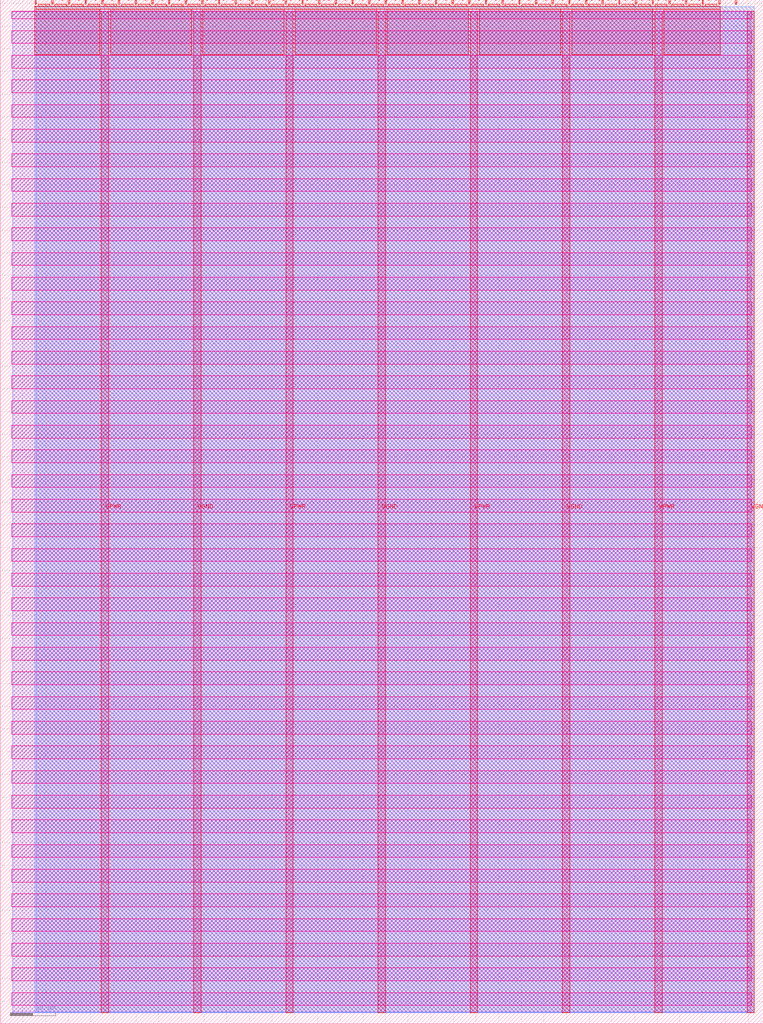
<source format=lef>
VERSION 5.7 ;
  NOWIREEXTENSIONATPIN ON ;
  DIVIDERCHAR "/" ;
  BUSBITCHARS "[]" ;
MACRO tt_um_wokwi_370722051572189185
  CLASS BLOCK ;
  FOREIGN tt_um_wokwi_370722051572189185 ;
  ORIGIN 0.000 0.000 ;
  SIZE 168.360 BY 225.760 ;
  PIN VGND
    DIRECTION INOUT ;
    USE GROUND ;
    PORT
      LAYER met4 ;
        RECT 42.670 2.480 44.270 223.280 ;
    END
    PORT
      LAYER met4 ;
        RECT 83.380 2.480 84.980 223.280 ;
    END
    PORT
      LAYER met4 ;
        RECT 124.090 2.480 125.690 223.280 ;
    END
    PORT
      LAYER met4 ;
        RECT 164.800 2.480 166.400 223.280 ;
    END
  END VGND
  PIN VPWR
    DIRECTION INOUT ;
    USE POWER ;
    PORT
      LAYER met4 ;
        RECT 22.315 2.480 23.915 223.280 ;
    END
    PORT
      LAYER met4 ;
        RECT 63.025 2.480 64.625 223.280 ;
    END
    PORT
      LAYER met4 ;
        RECT 103.735 2.480 105.335 223.280 ;
    END
    PORT
      LAYER met4 ;
        RECT 144.445 2.480 146.045 223.280 ;
    END
  END VPWR
  PIN clk
    DIRECTION INPUT ;
    USE SIGNAL ;
    ANTENNAGATEAREA 0.852000 ;
    PORT
      LAYER met4 ;
        RECT 158.550 224.760 158.850 225.760 ;
    END
  END clk
  PIN ena
    DIRECTION INPUT ;
    USE SIGNAL ;
    PORT
      LAYER met4 ;
        RECT 162.230 224.760 162.530 225.760 ;
    END
  END ena
  PIN rst_n
    DIRECTION INPUT ;
    USE SIGNAL ;
    PORT
      LAYER met4 ;
        RECT 154.870 224.760 155.170 225.760 ;
    END
  END rst_n
  PIN ui_in[0]
    DIRECTION INPUT ;
    USE SIGNAL ;
    PORT
      LAYER met4 ;
        RECT 151.190 224.760 151.490 225.760 ;
    END
  END ui_in[0]
  PIN ui_in[1]
    DIRECTION INPUT ;
    USE SIGNAL ;
    PORT
      LAYER met4 ;
        RECT 147.510 224.760 147.810 225.760 ;
    END
  END ui_in[1]
  PIN ui_in[2]
    DIRECTION INPUT ;
    USE SIGNAL ;
    PORT
      LAYER met4 ;
        RECT 143.830 224.760 144.130 225.760 ;
    END
  END ui_in[2]
  PIN ui_in[3]
    DIRECTION INPUT ;
    USE SIGNAL ;
    PORT
      LAYER met4 ;
        RECT 140.150 224.760 140.450 225.760 ;
    END
  END ui_in[3]
  PIN ui_in[4]
    DIRECTION INPUT ;
    USE SIGNAL ;
    PORT
      LAYER met4 ;
        RECT 136.470 224.760 136.770 225.760 ;
    END
  END ui_in[4]
  PIN ui_in[5]
    DIRECTION INPUT ;
    USE SIGNAL ;
    PORT
      LAYER met4 ;
        RECT 132.790 224.760 133.090 225.760 ;
    END
  END ui_in[5]
  PIN ui_in[6]
    DIRECTION INPUT ;
    USE SIGNAL ;
    PORT
      LAYER met4 ;
        RECT 129.110 224.760 129.410 225.760 ;
    END
  END ui_in[6]
  PIN ui_in[7]
    DIRECTION INPUT ;
    USE SIGNAL ;
    PORT
      LAYER met4 ;
        RECT 125.430 224.760 125.730 225.760 ;
    END
  END ui_in[7]
  PIN uio_in[0]
    DIRECTION INPUT ;
    USE SIGNAL ;
    PORT
      LAYER met4 ;
        RECT 121.750 224.760 122.050 225.760 ;
    END
  END uio_in[0]
  PIN uio_in[1]
    DIRECTION INPUT ;
    USE SIGNAL ;
    PORT
      LAYER met4 ;
        RECT 118.070 224.760 118.370 225.760 ;
    END
  END uio_in[1]
  PIN uio_in[2]
    DIRECTION INPUT ;
    USE SIGNAL ;
    PORT
      LAYER met4 ;
        RECT 114.390 224.760 114.690 225.760 ;
    END
  END uio_in[2]
  PIN uio_in[3]
    DIRECTION INPUT ;
    USE SIGNAL ;
    PORT
      LAYER met4 ;
        RECT 110.710 224.760 111.010 225.760 ;
    END
  END uio_in[3]
  PIN uio_in[4]
    DIRECTION INPUT ;
    USE SIGNAL ;
    PORT
      LAYER met4 ;
        RECT 107.030 224.760 107.330 225.760 ;
    END
  END uio_in[4]
  PIN uio_in[5]
    DIRECTION INPUT ;
    USE SIGNAL ;
    PORT
      LAYER met4 ;
        RECT 103.350 224.760 103.650 225.760 ;
    END
  END uio_in[5]
  PIN uio_in[6]
    DIRECTION INPUT ;
    USE SIGNAL ;
    PORT
      LAYER met4 ;
        RECT 99.670 224.760 99.970 225.760 ;
    END
  END uio_in[6]
  PIN uio_in[7]
    DIRECTION INPUT ;
    USE SIGNAL ;
    PORT
      LAYER met4 ;
        RECT 95.990 224.760 96.290 225.760 ;
    END
  END uio_in[7]
  PIN uio_oe[0]
    DIRECTION OUTPUT TRISTATE ;
    USE SIGNAL ;
    PORT
      LAYER met4 ;
        RECT 33.430 224.760 33.730 225.760 ;
    END
  END uio_oe[0]
  PIN uio_oe[1]
    DIRECTION OUTPUT TRISTATE ;
    USE SIGNAL ;
    PORT
      LAYER met4 ;
        RECT 29.750 224.760 30.050 225.760 ;
    END
  END uio_oe[1]
  PIN uio_oe[2]
    DIRECTION OUTPUT TRISTATE ;
    USE SIGNAL ;
    PORT
      LAYER met4 ;
        RECT 26.070 224.760 26.370 225.760 ;
    END
  END uio_oe[2]
  PIN uio_oe[3]
    DIRECTION OUTPUT TRISTATE ;
    USE SIGNAL ;
    PORT
      LAYER met4 ;
        RECT 22.390 224.760 22.690 225.760 ;
    END
  END uio_oe[3]
  PIN uio_oe[4]
    DIRECTION OUTPUT TRISTATE ;
    USE SIGNAL ;
    PORT
      LAYER met4 ;
        RECT 18.710 224.760 19.010 225.760 ;
    END
  END uio_oe[4]
  PIN uio_oe[5]
    DIRECTION OUTPUT TRISTATE ;
    USE SIGNAL ;
    PORT
      LAYER met4 ;
        RECT 15.030 224.760 15.330 225.760 ;
    END
  END uio_oe[5]
  PIN uio_oe[6]
    DIRECTION OUTPUT TRISTATE ;
    USE SIGNAL ;
    PORT
      LAYER met4 ;
        RECT 11.350 224.760 11.650 225.760 ;
    END
  END uio_oe[6]
  PIN uio_oe[7]
    DIRECTION OUTPUT TRISTATE ;
    USE SIGNAL ;
    PORT
      LAYER met4 ;
        RECT 7.670 224.760 7.970 225.760 ;
    END
  END uio_oe[7]
  PIN uio_out[0]
    DIRECTION OUTPUT TRISTATE ;
    USE SIGNAL ;
    PORT
      LAYER met4 ;
        RECT 62.870 224.760 63.170 225.760 ;
    END
  END uio_out[0]
  PIN uio_out[1]
    DIRECTION OUTPUT TRISTATE ;
    USE SIGNAL ;
    PORT
      LAYER met4 ;
        RECT 59.190 224.760 59.490 225.760 ;
    END
  END uio_out[1]
  PIN uio_out[2]
    DIRECTION OUTPUT TRISTATE ;
    USE SIGNAL ;
    PORT
      LAYER met4 ;
        RECT 55.510 224.760 55.810 225.760 ;
    END
  END uio_out[2]
  PIN uio_out[3]
    DIRECTION OUTPUT TRISTATE ;
    USE SIGNAL ;
    PORT
      LAYER met4 ;
        RECT 51.830 224.760 52.130 225.760 ;
    END
  END uio_out[3]
  PIN uio_out[4]
    DIRECTION OUTPUT TRISTATE ;
    USE SIGNAL ;
    PORT
      LAYER met4 ;
        RECT 48.150 224.760 48.450 225.760 ;
    END
  END uio_out[4]
  PIN uio_out[5]
    DIRECTION OUTPUT TRISTATE ;
    USE SIGNAL ;
    PORT
      LAYER met4 ;
        RECT 44.470 224.760 44.770 225.760 ;
    END
  END uio_out[5]
  PIN uio_out[6]
    DIRECTION OUTPUT TRISTATE ;
    USE SIGNAL ;
    PORT
      LAYER met4 ;
        RECT 40.790 224.760 41.090 225.760 ;
    END
  END uio_out[6]
  PIN uio_out[7]
    DIRECTION OUTPUT TRISTATE ;
    USE SIGNAL ;
    PORT
      LAYER met4 ;
        RECT 37.110 224.760 37.410 225.760 ;
    END
  END uio_out[7]
  PIN uo_out[0]
    DIRECTION OUTPUT TRISTATE ;
    USE SIGNAL ;
    ANTENNADIFFAREA 0.795200 ;
    PORT
      LAYER met4 ;
        RECT 92.310 224.760 92.610 225.760 ;
    END
  END uo_out[0]
  PIN uo_out[1]
    DIRECTION OUTPUT TRISTATE ;
    USE SIGNAL ;
    ANTENNADIFFAREA 0.795200 ;
    PORT
      LAYER met4 ;
        RECT 88.630 224.760 88.930 225.760 ;
    END
  END uo_out[1]
  PIN uo_out[2]
    DIRECTION OUTPUT TRISTATE ;
    USE SIGNAL ;
    ANTENNADIFFAREA 0.445500 ;
    PORT
      LAYER met4 ;
        RECT 84.950 224.760 85.250 225.760 ;
    END
  END uo_out[2]
  PIN uo_out[3]
    DIRECTION OUTPUT TRISTATE ;
    USE SIGNAL ;
    ANTENNADIFFAREA 0.795200 ;
    PORT
      LAYER met4 ;
        RECT 81.270 224.760 81.570 225.760 ;
    END
  END uo_out[3]
  PIN uo_out[4]
    DIRECTION OUTPUT TRISTATE ;
    USE SIGNAL ;
    ANTENNADIFFAREA 0.795200 ;
    PORT
      LAYER met4 ;
        RECT 77.590 224.760 77.890 225.760 ;
    END
  END uo_out[4]
  PIN uo_out[5]
    DIRECTION OUTPUT TRISTATE ;
    USE SIGNAL ;
    ANTENNADIFFAREA 0.795200 ;
    PORT
      LAYER met4 ;
        RECT 73.910 224.760 74.210 225.760 ;
    END
  END uo_out[5]
  PIN uo_out[6]
    DIRECTION OUTPUT TRISTATE ;
    USE SIGNAL ;
    ANTENNADIFFAREA 0.795200 ;
    PORT
      LAYER met4 ;
        RECT 70.230 224.760 70.530 225.760 ;
    END
  END uo_out[6]
  PIN uo_out[7]
    DIRECTION OUTPUT TRISTATE ;
    USE SIGNAL ;
    PORT
      LAYER met4 ;
        RECT 66.550 224.760 66.850 225.760 ;
    END
  END uo_out[7]
  OBS
      LAYER nwell ;
        RECT 2.570 221.625 165.790 223.230 ;
        RECT 2.570 216.185 165.790 219.015 ;
        RECT 2.570 210.745 165.790 213.575 ;
        RECT 2.570 205.305 165.790 208.135 ;
        RECT 2.570 199.865 165.790 202.695 ;
        RECT 2.570 194.425 165.790 197.255 ;
        RECT 2.570 188.985 165.790 191.815 ;
        RECT 2.570 183.545 165.790 186.375 ;
        RECT 2.570 178.105 165.790 180.935 ;
        RECT 2.570 172.665 165.790 175.495 ;
        RECT 2.570 167.225 165.790 170.055 ;
        RECT 2.570 161.785 165.790 164.615 ;
        RECT 2.570 156.345 165.790 159.175 ;
        RECT 2.570 150.905 165.790 153.735 ;
        RECT 2.570 145.465 165.790 148.295 ;
        RECT 2.570 140.025 165.790 142.855 ;
        RECT 2.570 134.585 165.790 137.415 ;
        RECT 2.570 129.145 165.790 131.975 ;
        RECT 2.570 123.705 165.790 126.535 ;
        RECT 2.570 118.265 165.790 121.095 ;
        RECT 2.570 112.825 165.790 115.655 ;
        RECT 2.570 107.385 165.790 110.215 ;
        RECT 2.570 101.945 165.790 104.775 ;
        RECT 2.570 96.505 165.790 99.335 ;
        RECT 2.570 91.065 165.790 93.895 ;
        RECT 2.570 85.625 165.790 88.455 ;
        RECT 2.570 80.185 165.790 83.015 ;
        RECT 2.570 74.745 165.790 77.575 ;
        RECT 2.570 69.305 165.790 72.135 ;
        RECT 2.570 63.865 165.790 66.695 ;
        RECT 2.570 58.425 165.790 61.255 ;
        RECT 2.570 52.985 165.790 55.815 ;
        RECT 2.570 47.545 165.790 50.375 ;
        RECT 2.570 42.105 165.790 44.935 ;
        RECT 2.570 36.665 165.790 39.495 ;
        RECT 2.570 31.225 165.790 34.055 ;
        RECT 2.570 25.785 165.790 28.615 ;
        RECT 2.570 20.345 165.790 23.175 ;
        RECT 2.570 14.905 165.790 17.735 ;
        RECT 2.570 9.465 165.790 12.295 ;
        RECT 2.570 4.025 165.790 6.855 ;
      LAYER li1 ;
        RECT 2.760 2.635 165.600 223.125 ;
      LAYER met1 ;
        RECT 2.760 2.480 166.400 223.280 ;
      LAYER met2 ;
        RECT 7.910 2.535 166.370 224.245 ;
      LAYER met3 ;
        RECT 7.630 2.555 166.390 224.225 ;
      LAYER met4 ;
        RECT 8.370 224.360 10.950 224.760 ;
        RECT 12.050 224.360 14.630 224.760 ;
        RECT 15.730 224.360 18.310 224.760 ;
        RECT 19.410 224.360 21.990 224.760 ;
        RECT 23.090 224.360 25.670 224.760 ;
        RECT 26.770 224.360 29.350 224.760 ;
        RECT 30.450 224.360 33.030 224.760 ;
        RECT 34.130 224.360 36.710 224.760 ;
        RECT 37.810 224.360 40.390 224.760 ;
        RECT 41.490 224.360 44.070 224.760 ;
        RECT 45.170 224.360 47.750 224.760 ;
        RECT 48.850 224.360 51.430 224.760 ;
        RECT 52.530 224.360 55.110 224.760 ;
        RECT 56.210 224.360 58.790 224.760 ;
        RECT 59.890 224.360 62.470 224.760 ;
        RECT 63.570 224.360 66.150 224.760 ;
        RECT 67.250 224.360 69.830 224.760 ;
        RECT 70.930 224.360 73.510 224.760 ;
        RECT 74.610 224.360 77.190 224.760 ;
        RECT 78.290 224.360 80.870 224.760 ;
        RECT 81.970 224.360 84.550 224.760 ;
        RECT 85.650 224.360 88.230 224.760 ;
        RECT 89.330 224.360 91.910 224.760 ;
        RECT 93.010 224.360 95.590 224.760 ;
        RECT 96.690 224.360 99.270 224.760 ;
        RECT 100.370 224.360 102.950 224.760 ;
        RECT 104.050 224.360 106.630 224.760 ;
        RECT 107.730 224.360 110.310 224.760 ;
        RECT 111.410 224.360 113.990 224.760 ;
        RECT 115.090 224.360 117.670 224.760 ;
        RECT 118.770 224.360 121.350 224.760 ;
        RECT 122.450 224.360 125.030 224.760 ;
        RECT 126.130 224.360 128.710 224.760 ;
        RECT 129.810 224.360 132.390 224.760 ;
        RECT 133.490 224.360 136.070 224.760 ;
        RECT 137.170 224.360 139.750 224.760 ;
        RECT 140.850 224.360 143.430 224.760 ;
        RECT 144.530 224.360 147.110 224.760 ;
        RECT 148.210 224.360 150.790 224.760 ;
        RECT 151.890 224.360 154.470 224.760 ;
        RECT 155.570 224.360 158.150 224.760 ;
        RECT 7.655 223.680 158.865 224.360 ;
        RECT 7.655 213.695 21.915 223.680 ;
        RECT 24.315 213.695 42.270 223.680 ;
        RECT 44.670 213.695 62.625 223.680 ;
        RECT 65.025 213.695 82.980 223.680 ;
        RECT 85.380 213.695 103.335 223.680 ;
        RECT 105.735 213.695 123.690 223.680 ;
        RECT 126.090 213.695 144.045 223.680 ;
        RECT 146.445 213.695 158.865 223.680 ;
  END
END tt_um_wokwi_370722051572189185
END LIBRARY


</source>
